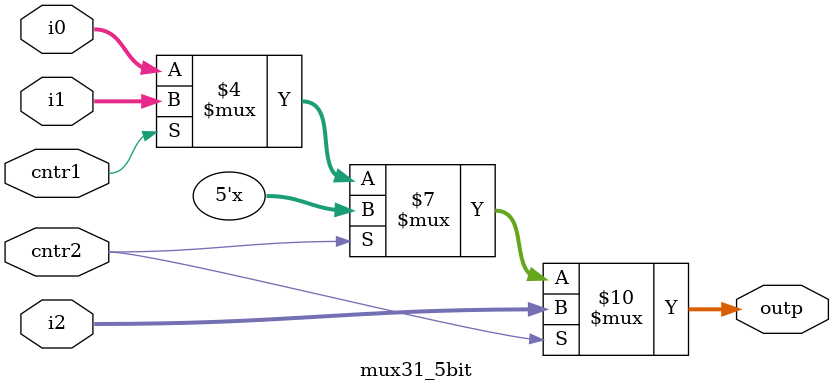
<source format=v>
module mux31_5bit(outp,i0,i1,i2,cntr1,cntr2);
  output [4:0] outp;
  input [4:0] i0,i1,i2;
  input cntr1,cntr2;
  reg [4:0]outp;

 //always@(cntr1,cntr2)begin
  always@(i0 or i1 or i2 or cntr1 or cntr2) begin
   if(cntr2)
     outp = i2;
   else if(!cntr1)
     outp = i0;
   else
     outp = i1;//ÈÃµÚÒ»ÌõÖ¸ÁîµÄ²»ÎÈ¶¨×´Ì¬Ä¬ÈÏÎªR-typeÐÍ¸³Öµ£¨¸ørd¸³Öµ£©
   end
endmodule

</source>
